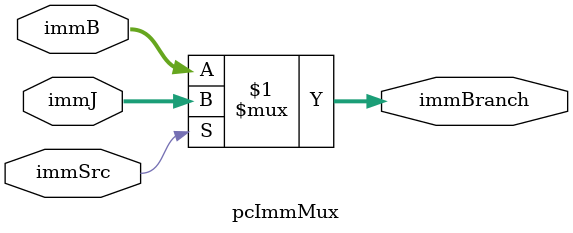
<source format=sv>

module pcMux(
input logic [31:0] pcPlus4,
input logic [31:0] pcBranch,
input logic [31:0] aluResult,
input logic [1:0] pcSrc,
output logic [31:0] pc
);
	always_comb begin
		case (pcSrc)
		2'b00: pc <= pcPlus4;
		2'b01: pc <= pcBranch;
		2'b10: pc <= pcBranch;
		2'b11: pc <= aluResult;
		default: pc <= 32'bx;
		endcase
	end
endmodule

module wdMux(
input logic [31:0] aluResult,
input logic [31:0] immU,
input logic [31:0] readData,
input logic [31:0] pcPlus4,
input logic [1:0] wdSrc,
output logic [31:0] wd
);
	always_comb begin
		case (wdSrc)
		2'b00: wd <= aluResult;
		2'b01: wd <= readData;
		2'b10: wd <= immU;
		2'b11: wd <= pcPlus4;
		default: wd <= 32'bx;
		endcase
	end
endmodule

module aluMuxB(
input logic [31:0] rd2,
input logic [31:0] immI,
input logic [31:0] immS,
input logic [31:0] immU,
input logic [1:0] aluSrcB,
output logic [31:0] srcB
);
	always_comb begin
		case (aluSrcB)
			2'b00: srcB <= rd2;
			2'b01: srcB <= immI;
			2'b10: srcB <= immS;
			2'b11: srcB <= immU;
			default: srcB <= 32'bx;
		endcase
	end
	
endmodule

module aluMuxA(
	input logic [31:0] rd1,
	input logic [31:0] pc,
	input logic aluSrcA,
	output logic [31:0] srcA
);
	assign srcA = aluSrcA ? pc : rd1;
endmodule

module pcImmMux(
	input logic [31:0] immB,
	input logic [31:0] immJ,
	input logic immSrc,
	output logic [31:0] immBranch
);
assign immBranch = immSrc ? immJ : immB;

endmodule

</source>
